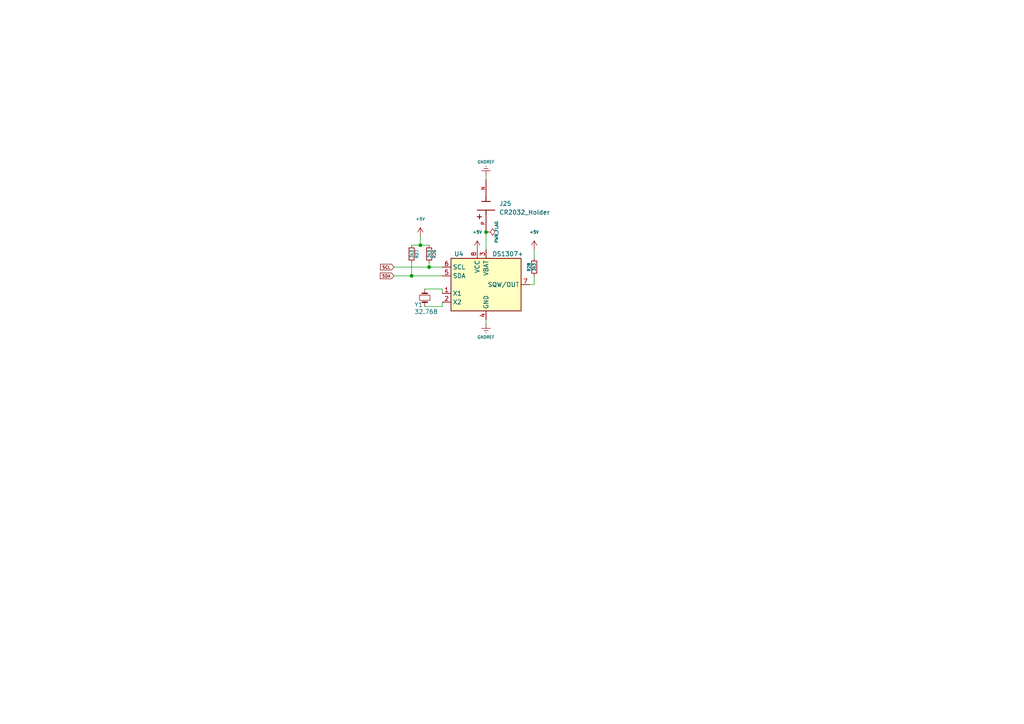
<source format=kicad_sch>
(kicad_sch
	(version 20250114)
	(generator "eeschema")
	(generator_version "9.0")
	(uuid "c18a652e-9042-4786-8f95-62e3b2f74309")
	(paper "A4")
	(lib_symbols
		(symbol "Library:+5V"
			(power)
			(pin_numbers
				(hide yes)
			)
			(pin_names
				(offset 0)
				(hide yes)
			)
			(exclude_from_sim no)
			(in_bom yes)
			(on_board yes)
			(property "Reference" "#PWR"
				(at 0 -3.81 0)
				(effects
					(font
						(size 1.27 1.27)
					)
					(hide yes)
				)
			)
			(property "Value" "+5V"
				(at 0 3.556 0)
				(effects
					(font
						(size 1.27 1.27)
					)
				)
			)
			(property "Footprint" ""
				(at 0 0 0)
				(effects
					(font
						(size 1.27 1.27)
					)
					(hide yes)
				)
			)
			(property "Datasheet" ""
				(at 0 0 0)
				(effects
					(font
						(size 1.27 1.27)
					)
					(hide yes)
				)
			)
			(property "Description" "Power symbol creates a global label with name \"+5V\""
				(at 0 0 0)
				(effects
					(font
						(size 1.27 1.27)
					)
					(hide yes)
				)
			)
			(property "ki_keywords" "global power"
				(at 0 0 0)
				(effects
					(font
						(size 1.27 1.27)
					)
					(hide yes)
				)
			)
			(symbol "+5V_0_1"
				(polyline
					(pts
						(xy -0.762 1.27) (xy 0 2.54)
					)
					(stroke
						(width 0)
						(type default)
					)
					(fill
						(type none)
					)
				)
				(polyline
					(pts
						(xy 0 2.54) (xy 0.762 1.27)
					)
					(stroke
						(width 0)
						(type default)
					)
					(fill
						(type none)
					)
				)
				(polyline
					(pts
						(xy 0 0) (xy 0 2.54)
					)
					(stroke
						(width 0)
						(type default)
					)
					(fill
						(type none)
					)
				)
			)
			(symbol "+5V_1_1"
				(pin power_in line
					(at 0 0 90)
					(length 0)
					(name "~"
						(effects
							(font
								(size 1.27 1.27)
							)
						)
					)
					(number "1"
						(effects
							(font
								(size 1.27 1.27)
							)
						)
					)
				)
			)
			(embedded_fonts no)
		)
		(symbol "Library:CR2032_Holder"
			(pin_names
				(offset 1.016)
			)
			(exclude_from_sim no)
			(in_bom yes)
			(on_board yes)
			(property "Reference" "J"
				(at -3.81 3.81 0)
				(effects
					(font
						(size 1.27 1.27)
					)
					(justify left bottom)
				)
			)
			(property "Value" "CR2032_Holder"
				(at -6.604 -4.318 0)
				(effects
					(font
						(size 1.27 1.27)
					)
					(justify left bottom)
				)
			)
			(property "Footprint" "S8421-45R:HARWIN_S8421-45R"
				(at 0.508 6.604 0)
				(effects
					(font
						(size 1.27 1.27)
					)
					(justify bottom)
					(hide yes)
				)
			)
			(property "Datasheet" ""
				(at 0 0 0)
				(effects
					(font
						(size 1.27 1.27)
					)
					(hide yes)
				)
			)
			(property "Description" ""
				(at 0 0 0)
				(effects
					(font
						(size 1.27 1.27)
					)
					(hide yes)
				)
			)
			(property "MP" "S8421-45R"
				(at -0.254 9.398 0)
				(effects
					(font
						(size 1.27 1.27)
					)
					(justify bottom)
					(hide yes)
				)
			)
			(symbol "CR2032_Holder_0_0"
				(polyline
					(pts
						(xy -3.81 1.905) (xy -2.54 1.905)
					)
					(stroke
						(width 0.254)
						(type default)
					)
					(fill
						(type none)
					)
				)
				(polyline
					(pts
						(xy -3.175 2.54) (xy -3.175 1.27)
					)
					(stroke
						(width 0.254)
						(type default)
					)
					(fill
						(type none)
					)
				)
				(polyline
					(pts
						(xy -1.27 2.54) (xy -1.27 0)
					)
					(stroke
						(width 0.254)
						(type default)
					)
					(fill
						(type none)
					)
				)
				(polyline
					(pts
						(xy -1.27 0) (xy -2.54 0)
					)
					(stroke
						(width 0.254)
						(type default)
					)
					(fill
						(type none)
					)
				)
				(polyline
					(pts
						(xy -1.27 0) (xy -1.27 -2.54)
					)
					(stroke
						(width 0.254)
						(type default)
					)
					(fill
						(type none)
					)
				)
				(polyline
					(pts
						(xy 1.27 1.27) (xy 1.27 0)
					)
					(stroke
						(width 0.254)
						(type default)
					)
					(fill
						(type none)
					)
				)
				(polyline
					(pts
						(xy 1.27 0) (xy 1.27 -1.27)
					)
					(stroke
						(width 0.254)
						(type default)
					)
					(fill
						(type none)
					)
				)
				(polyline
					(pts
						(xy 1.27 0) (xy 2.54 0)
					)
					(stroke
						(width 0.254)
						(type default)
					)
					(fill
						(type none)
					)
				)
				(pin passive line
					(at -7.62 0 0)
					(length 5.08)
					(name "~"
						(effects
							(font
								(size 1.016 1.016)
							)
						)
					)
					(number "P"
						(effects
							(font
								(size 1.016 1.016)
							)
						)
					)
				)
				(pin passive line
					(at 7.62 0 180)
					(length 5.08)
					(name "~"
						(effects
							(font
								(size 1.016 1.016)
							)
						)
					)
					(number "N"
						(effects
							(font
								(size 1.016 1.016)
							)
						)
					)
				)
			)
			(embedded_fonts no)
		)
		(symbol "Library:Crystal_Small"
			(pin_numbers
				(hide yes)
			)
			(pin_names
				(offset 1.016)
				(hide yes)
			)
			(exclude_from_sim no)
			(in_bom yes)
			(on_board yes)
			(property "Reference" "Y"
				(at 0 2.54 0)
				(effects
					(font
						(size 1.27 1.27)
					)
				)
			)
			(property "Value" "Crystal_Small"
				(at 0 -2.54 0)
				(effects
					(font
						(size 1.27 1.27)
					)
				)
			)
			(property "Footprint" ""
				(at 0 0 0)
				(effects
					(font
						(size 1.27 1.27)
					)
					(hide yes)
				)
			)
			(property "Datasheet" "~"
				(at 0 0 0)
				(effects
					(font
						(size 1.27 1.27)
					)
					(hide yes)
				)
			)
			(property "Description" "Two pin crystal, small symbol"
				(at 0 0 0)
				(effects
					(font
						(size 1.27 1.27)
					)
					(hide yes)
				)
			)
			(property "ki_keywords" "quartz ceramic resonator oscillator"
				(at 0 0 0)
				(effects
					(font
						(size 1.27 1.27)
					)
					(hide yes)
				)
			)
			(property "ki_fp_filters" "Crystal*"
				(at 0 0 0)
				(effects
					(font
						(size 1.27 1.27)
					)
					(hide yes)
				)
			)
			(symbol "Crystal_Small_0_1"
				(polyline
					(pts
						(xy -1.27 -0.762) (xy -1.27 0.762)
					)
					(stroke
						(width 0.381)
						(type default)
					)
					(fill
						(type none)
					)
				)
				(rectangle
					(start -0.762 -1.524)
					(end 0.762 1.524)
					(stroke
						(width 0)
						(type default)
					)
					(fill
						(type none)
					)
				)
				(polyline
					(pts
						(xy 1.27 -0.762) (xy 1.27 0.762)
					)
					(stroke
						(width 0.381)
						(type default)
					)
					(fill
						(type none)
					)
				)
			)
			(symbol "Crystal_Small_1_1"
				(pin passive line
					(at -2.54 0 0)
					(length 1.27)
					(name "1"
						(effects
							(font
								(size 1.27 1.27)
							)
						)
					)
					(number "1"
						(effects
							(font
								(size 1.27 1.27)
							)
						)
					)
				)
				(pin passive line
					(at 2.54 0 180)
					(length 1.27)
					(name "2"
						(effects
							(font
								(size 1.27 1.27)
							)
						)
					)
					(number "2"
						(effects
							(font
								(size 1.27 1.27)
							)
						)
					)
				)
			)
			(embedded_fonts no)
		)
		(symbol "Library:DS1307+"
			(exclude_from_sim no)
			(in_bom yes)
			(on_board yes)
			(property "Reference" "U"
				(at -8.89 8.89 0)
				(effects
					(font
						(size 1.27 1.27)
					)
				)
			)
			(property "Value" "DS1307+"
				(at 1.27 8.89 0)
				(effects
					(font
						(size 1.27 1.27)
					)
					(justify left)
				)
			)
			(property "Footprint" "Package_DIP:DIP-8_W7.62mm"
				(at 0 -12.7 0)
				(effects
					(font
						(size 1.27 1.27)
					)
					(hide yes)
				)
			)
			(property "Datasheet" "https://datasheets.maximintegrated.com/en/ds/DS1307.pdf"
				(at 0 -5.08 0)
				(effects
					(font
						(size 1.27 1.27)
					)
					(hide yes)
				)
			)
			(property "Description" "64 x 8, Serial, I2C Real-time clock, 4.5V to 5.5V VCC, 0°C to +70°C, DIP-8"
				(at 0 0 0)
				(effects
					(font
						(size 1.27 1.27)
					)
					(hide yes)
				)
			)
			(property "ki_keywords" "RTC, Trickle-Charge Timekeeping Chip"
				(at 0 0 0)
				(effects
					(font
						(size 1.27 1.27)
					)
					(hide yes)
				)
			)
			(property "ki_fp_filters" "DIP*W7.62mm*"
				(at 0 0 0)
				(effects
					(font
						(size 1.27 1.27)
					)
					(hide yes)
				)
			)
			(symbol "DS1307+_0_1"
				(rectangle
					(start -10.16 7.62)
					(end 10.16 -7.62)
					(stroke
						(width 0.254)
						(type default)
					)
					(fill
						(type background)
					)
				)
			)
			(symbol "DS1307+_1_1"
				(pin input line
					(at -12.7 5.08 0)
					(length 2.54)
					(name "SCL"
						(effects
							(font
								(size 1.27 1.27)
							)
						)
					)
					(number "6"
						(effects
							(font
								(size 1.27 1.27)
							)
						)
					)
				)
				(pin bidirectional line
					(at -12.7 2.54 0)
					(length 2.54)
					(name "SDA"
						(effects
							(font
								(size 1.27 1.27)
							)
						)
					)
					(number "5"
						(effects
							(font
								(size 1.27 1.27)
							)
						)
					)
				)
				(pin input line
					(at -12.7 -2.54 0)
					(length 2.54)
					(name "X1"
						(effects
							(font
								(size 1.27 1.27)
							)
						)
					)
					(number "1"
						(effects
							(font
								(size 1.27 1.27)
							)
						)
					)
				)
				(pin input line
					(at -12.7 -5.08 0)
					(length 2.54)
					(name "X2"
						(effects
							(font
								(size 1.27 1.27)
							)
						)
					)
					(number "2"
						(effects
							(font
								(size 1.27 1.27)
							)
						)
					)
				)
				(pin power_in line
					(at -2.54 10.16 270)
					(length 2.54)
					(name "VCC"
						(effects
							(font
								(size 1.27 1.27)
							)
						)
					)
					(number "8"
						(effects
							(font
								(size 1.27 1.27)
							)
						)
					)
				)
				(pin power_in line
					(at 0 10.16 270)
					(length 2.54)
					(name "VBAT"
						(effects
							(font
								(size 1.27 1.27)
							)
						)
					)
					(number "3"
						(effects
							(font
								(size 1.27 1.27)
							)
						)
					)
				)
				(pin power_in line
					(at 0 -10.16 90)
					(length 2.54)
					(name "GND"
						(effects
							(font
								(size 1.27 1.27)
							)
						)
					)
					(number "4"
						(effects
							(font
								(size 1.27 1.27)
							)
						)
					)
				)
				(pin open_collector line
					(at 12.7 0 180)
					(length 2.54)
					(name "SQW/OUT"
						(effects
							(font
								(size 1.27 1.27)
							)
						)
					)
					(number "7"
						(effects
							(font
								(size 1.27 1.27)
							)
						)
					)
				)
			)
			(embedded_fonts no)
		)
		(symbol "Library:GNDREF"
			(power)
			(pin_numbers
				(hide yes)
			)
			(pin_names
				(offset 0)
				(hide yes)
			)
			(exclude_from_sim no)
			(in_bom yes)
			(on_board yes)
			(property "Reference" "#PWR"
				(at 0 -6.35 0)
				(effects
					(font
						(size 1.27 1.27)
					)
					(hide yes)
				)
			)
			(property "Value" "GNDREF"
				(at 0 -3.81 0)
				(effects
					(font
						(size 1.27 1.27)
					)
				)
			)
			(property "Footprint" ""
				(at 0 0 0)
				(effects
					(font
						(size 1.27 1.27)
					)
					(hide yes)
				)
			)
			(property "Datasheet" ""
				(at 0 0 0)
				(effects
					(font
						(size 1.27 1.27)
					)
					(hide yes)
				)
			)
			(property "Description" "Power symbol creates a global label with name \"GNDREF\" , reference supply ground"
				(at 0 0 0)
				(effects
					(font
						(size 1.27 1.27)
					)
					(hide yes)
				)
			)
			(property "ki_keywords" "global power"
				(at 0 0 0)
				(effects
					(font
						(size 1.27 1.27)
					)
					(hide yes)
				)
			)
			(symbol "GNDREF_0_1"
				(polyline
					(pts
						(xy -0.635 -1.905) (xy 0.635 -1.905)
					)
					(stroke
						(width 0)
						(type default)
					)
					(fill
						(type none)
					)
				)
				(polyline
					(pts
						(xy -0.127 -2.54) (xy 0.127 -2.54)
					)
					(stroke
						(width 0)
						(type default)
					)
					(fill
						(type none)
					)
				)
				(polyline
					(pts
						(xy 0 -1.27) (xy 0 0)
					)
					(stroke
						(width 0)
						(type default)
					)
					(fill
						(type none)
					)
				)
				(polyline
					(pts
						(xy 1.27 -1.27) (xy -1.27 -1.27)
					)
					(stroke
						(width 0)
						(type default)
					)
					(fill
						(type none)
					)
				)
			)
			(symbol "GNDREF_1_1"
				(pin power_in line
					(at 0 0 270)
					(length 0)
					(name "~"
						(effects
							(font
								(size 1.27 1.27)
							)
						)
					)
					(number "1"
						(effects
							(font
								(size 1.27 1.27)
							)
						)
					)
				)
			)
			(embedded_fonts no)
		)
		(symbol "Library:PWR_FLAG"
			(power)
			(pin_numbers
				(hide yes)
			)
			(pin_names
				(offset 0)
				(hide yes)
			)
			(exclude_from_sim no)
			(in_bom yes)
			(on_board yes)
			(property "Reference" "#FLG"
				(at 0 1.905 0)
				(effects
					(font
						(size 1.27 1.27)
					)
					(hide yes)
				)
			)
			(property "Value" "PWR_FLAG"
				(at 0 3.81 0)
				(effects
					(font
						(size 1.27 1.27)
					)
				)
			)
			(property "Footprint" ""
				(at 0 0 0)
				(effects
					(font
						(size 1.27 1.27)
					)
					(hide yes)
				)
			)
			(property "Datasheet" "~"
				(at 0 0 0)
				(effects
					(font
						(size 1.27 1.27)
					)
					(hide yes)
				)
			)
			(property "Description" "Special symbol for telling ERC where power comes from"
				(at 0 0 0)
				(effects
					(font
						(size 1.27 1.27)
					)
					(hide yes)
				)
			)
			(property "ki_keywords" "flag power"
				(at 0 0 0)
				(effects
					(font
						(size 1.27 1.27)
					)
					(hide yes)
				)
			)
			(symbol "PWR_FLAG_0_0"
				(pin power_out line
					(at 0 0 90)
					(length 0)
					(name "~"
						(effects
							(font
								(size 1.27 1.27)
							)
						)
					)
					(number "1"
						(effects
							(font
								(size 1.27 1.27)
							)
						)
					)
				)
			)
			(symbol "PWR_FLAG_0_1"
				(polyline
					(pts
						(xy 0 0) (xy 0 1.27) (xy -1.016 1.905) (xy 0 2.54) (xy 1.016 1.905) (xy 0 1.27)
					)
					(stroke
						(width 0)
						(type default)
					)
					(fill
						(type none)
					)
				)
			)
			(embedded_fonts no)
		)
		(symbol "Library:R_Small"
			(pin_numbers
				(hide yes)
			)
			(pin_names
				(offset 0.254)
				(hide yes)
			)
			(exclude_from_sim no)
			(in_bom yes)
			(on_board yes)
			(property "Reference" "R"
				(at 0 0 90)
				(effects
					(font
						(size 1.016 1.016)
					)
				)
			)
			(property "Value" "R_Small"
				(at 1.778 0 90)
				(effects
					(font
						(size 1.27 1.27)
					)
				)
			)
			(property "Footprint" ""
				(at 0 0 0)
				(effects
					(font
						(size 1.27 1.27)
					)
					(hide yes)
				)
			)
			(property "Datasheet" "~"
				(at 0 0 0)
				(effects
					(font
						(size 1.27 1.27)
					)
					(hide yes)
				)
			)
			(property "Description" "Resistor, small symbol"
				(at 0 0 0)
				(effects
					(font
						(size 1.27 1.27)
					)
					(hide yes)
				)
			)
			(property "ki_keywords" "R resistor"
				(at 0 0 0)
				(effects
					(font
						(size 1.27 1.27)
					)
					(hide yes)
				)
			)
			(property "ki_fp_filters" "R_*"
				(at 0 0 0)
				(effects
					(font
						(size 1.27 1.27)
					)
					(hide yes)
				)
			)
			(symbol "R_Small_0_1"
				(rectangle
					(start -0.762 1.778)
					(end 0.762 -1.778)
					(stroke
						(width 0.2032)
						(type default)
					)
					(fill
						(type none)
					)
				)
			)
			(symbol "R_Small_1_1"
				(pin passive line
					(at 0 2.54 270)
					(length 0.762)
					(name "~"
						(effects
							(font
								(size 1.27 1.27)
							)
						)
					)
					(number "1"
						(effects
							(font
								(size 1.27 1.27)
							)
						)
					)
				)
				(pin passive line
					(at 0 -2.54 90)
					(length 0.762)
					(name "~"
						(effects
							(font
								(size 1.27 1.27)
							)
						)
					)
					(number "2"
						(effects
							(font
								(size 1.27 1.27)
							)
						)
					)
				)
			)
			(embedded_fonts no)
		)
	)
	(junction
		(at 124.46 77.47)
		(diameter 0)
		(color 0 0 0 0)
		(uuid "41865d92-e838-4858-a6d1-4cdad332c0be")
	)
	(junction
		(at 140.97 67.31)
		(diameter 0)
		(color 0 0 0 0)
		(uuid "637d9a4d-acd1-43f9-af37-d3f38ae840d6")
	)
	(junction
		(at 119.38 80.01)
		(diameter 0)
		(color 0 0 0 0)
		(uuid "65ab5005-7ba7-43ae-a1fe-c31b2e560e66")
	)
	(junction
		(at 121.92 71.12)
		(diameter 0)
		(color 0 0 0 0)
		(uuid "dd1f62a4-4e5b-4601-89e9-5c64ea775400")
	)
	(wire
		(pts
			(xy 114.3 77.47) (xy 124.46 77.47)
		)
		(stroke
			(width 0)
			(type default)
		)
		(uuid "127f2190-e755-4a2a-b2af-d03b936700c2")
	)
	(wire
		(pts
			(xy 123.19 83.82) (xy 128.27 83.82)
		)
		(stroke
			(width 0)
			(type default)
		)
		(uuid "12c23108-6dec-41db-8549-ae09e1dd23aa")
	)
	(wire
		(pts
			(xy 128.27 88.9) (xy 128.27 87.63)
		)
		(stroke
			(width 0)
			(type default)
		)
		(uuid "1db5735c-73ac-4a76-a3d7-c99181df1b62")
	)
	(wire
		(pts
			(xy 128.27 80.01) (xy 119.38 80.01)
		)
		(stroke
			(width 0)
			(type default)
		)
		(uuid "3cdb23d9-1f70-4403-b8b8-49ffe359a187")
	)
	(wire
		(pts
			(xy 114.3 80.01) (xy 119.38 80.01)
		)
		(stroke
			(width 0)
			(type default)
		)
		(uuid "434ad4b5-f092-487f-a42e-c9c5f9078564")
	)
	(wire
		(pts
			(xy 154.94 82.55) (xy 153.67 82.55)
		)
		(stroke
			(width 0)
			(type default)
		)
		(uuid "62ae2e1e-578b-42b0-899f-b28de1bf7a30")
	)
	(wire
		(pts
			(xy 140.97 93.98) (xy 140.97 92.71)
		)
		(stroke
			(width 0)
			(type default)
		)
		(uuid "6592cf3c-b62f-4845-ac35-a20807e57856")
	)
	(wire
		(pts
			(xy 119.38 71.12) (xy 121.92 71.12)
		)
		(stroke
			(width 0)
			(type default)
		)
		(uuid "747e5616-951b-4f63-a84a-de80602b80b0")
	)
	(wire
		(pts
			(xy 154.94 72.39) (xy 154.94 74.93)
		)
		(stroke
			(width 0)
			(type default)
		)
		(uuid "7b31f220-0e2d-4a9d-93a0-9a0f1a131f0f")
	)
	(wire
		(pts
			(xy 140.97 67.31) (xy 140.97 72.39)
		)
		(stroke
			(width 0)
			(type default)
		)
		(uuid "855443bd-b829-42fe-9c2a-12ccedd6f8da")
	)
	(wire
		(pts
			(xy 124.46 76.2) (xy 124.46 77.47)
		)
		(stroke
			(width 0)
			(type default)
		)
		(uuid "962ce740-4984-4ea7-9a7b-c51f06e6527c")
	)
	(wire
		(pts
			(xy 124.46 77.47) (xy 128.27 77.47)
		)
		(stroke
			(width 0)
			(type default)
		)
		(uuid "9b81bc70-12f8-4546-a93d-df47866be3cd")
	)
	(wire
		(pts
			(xy 119.38 80.01) (xy 119.38 76.2)
		)
		(stroke
			(width 0)
			(type default)
		)
		(uuid "9e1b4416-129e-4628-bc8d-8933ff181587")
	)
	(wire
		(pts
			(xy 140.97 50.8) (xy 140.97 52.07)
		)
		(stroke
			(width 0)
			(type default)
		)
		(uuid "bc8c3807-9654-4885-ae21-6f14c1af30a1")
	)
	(wire
		(pts
			(xy 128.27 83.82) (xy 128.27 85.09)
		)
		(stroke
			(width 0)
			(type default)
		)
		(uuid "c3b340ae-413c-4207-90d8-9b5d37f459f0")
	)
	(wire
		(pts
			(xy 154.94 80.01) (xy 154.94 82.55)
		)
		(stroke
			(width 0)
			(type default)
		)
		(uuid "c4b0f4a5-f5ec-4120-af94-9d07baed652f")
	)
	(wire
		(pts
			(xy 123.19 88.9) (xy 128.27 88.9)
		)
		(stroke
			(width 0)
			(type default)
		)
		(uuid "decb6929-0044-452e-b292-d42482164775")
	)
	(wire
		(pts
			(xy 121.92 71.12) (xy 124.46 71.12)
		)
		(stroke
			(width 0)
			(type default)
		)
		(uuid "f5cbeebb-93d3-4092-be88-17a34b92b210")
	)
	(wire
		(pts
			(xy 121.92 68.58) (xy 121.92 71.12)
		)
		(stroke
			(width 0)
			(type default)
		)
		(uuid "ffbe05de-9276-4f45-a153-8b169e888a2d")
	)
	(global_label "SCL"
		(shape input)
		(at 114.3 77.47 180)
		(fields_autoplaced yes)
		(effects
			(font
				(size 0.85 0.85)
			)
			(justify right)
		)
		(uuid "23b41b42-a191-4e35-9302-114f3eefb25f")
		(property "Intersheetrefs" "${INTERSHEET_REFS}"
			(at 109.9542 77.47 0)
			(effects
				(font
					(size 1.27 1.27)
				)
				(justify right)
				(hide yes)
			)
		)
	)
	(global_label "SDA"
		(shape input)
		(at 114.3 80.01 180)
		(fields_autoplaced yes)
		(effects
			(font
				(size 0.85 0.85)
			)
			(justify right)
		)
		(uuid "f42f795b-3742-4d07-82f1-6e24d4a3d49d")
		(property "Intersheetrefs" "${INTERSHEET_REFS}"
			(at 109.9137 80.01 0)
			(effects
				(font
					(size 1.27 1.27)
				)
				(justify right)
				(hide yes)
			)
		)
	)
	(symbol
		(lib_id "Library:+5V")
		(at 138.43 72.39 0)
		(unit 1)
		(exclude_from_sim no)
		(in_bom yes)
		(on_board yes)
		(dnp no)
		(fields_autoplaced yes)
		(uuid "07b10068-4f38-4f23-9d3d-2b36c068c12e")
		(property "Reference" "#PWR062"
			(at 138.43 76.2 0)
			(effects
				(font
					(size 0.85 0.85)
				)
				(hide yes)
			)
		)
		(property "Value" "+5V"
			(at 138.43 67.31 0)
			(effects
				(font
					(size 0.85 0.85)
				)
			)
		)
		(property "Footprint" ""
			(at 138.43 72.39 0)
			(effects
				(font
					(size 0.85 0.85)
				)
				(hide yes)
			)
		)
		(property "Datasheet" ""
			(at 138.43 72.39 0)
			(effects
				(font
					(size 0.85 0.85)
				)
				(hide yes)
			)
		)
		(property "Description" "Power symbol creates a global label with name \"+5V\""
			(at 138.43 72.39 0)
			(effects
				(font
					(size 0.85 0.85)
				)
				(hide yes)
			)
		)
		(pin "1"
			(uuid "9ef61ca0-af65-4c39-9be4-476b786e6631")
		)
		(instances
			(project "MoistureDatalogger"
				(path "/2465b45a-61bf-4bb8-9f23-f35ab1c53bad/0affde4b-c345-4b7d-a922-dfdc2b2a03b9"
					(reference "#PWR062")
					(unit 1)
				)
			)
		)
	)
	(symbol
		(lib_id "Library:CR2032_Holder")
		(at 140.97 59.69 90)
		(unit 1)
		(exclude_from_sim no)
		(in_bom yes)
		(on_board yes)
		(dnp no)
		(fields_autoplaced yes)
		(uuid "13fc7b67-c284-4890-8426-6dfb7b48dc94")
		(property "Reference" "J25"
			(at 144.78 59.0549 90)
			(effects
				(font
					(size 1.27 1.27)
				)
				(justify right)
			)
		)
		(property "Value" "CR2032_Holder"
			(at 144.78 61.5949 90)
			(effects
				(font
					(size 1.27 1.27)
				)
				(justify right)
			)
		)
		(property "Footprint" "Library:HARWIN_S8421-45R"
			(at 134.366 59.182 0)
			(effects
				(font
					(size 1.27 1.27)
				)
				(justify bottom)
				(hide yes)
			)
		)
		(property "Datasheet" ""
			(at 140.97 59.69 0)
			(effects
				(font
					(size 1.27 1.27)
				)
				(hide yes)
			)
		)
		(property "Description" ""
			(at 140.97 59.69 0)
			(effects
				(font
					(size 1.27 1.27)
				)
				(hide yes)
			)
		)
		(property "MP" "S8421-45R"
			(at 131.572 59.944 0)
			(effects
				(font
					(size 1.27 1.27)
				)
				(justify bottom)
				(hide yes)
			)
		)
		(pin "N"
			(uuid "5582c11b-1a8e-4cdb-bee6-d1f348a40951")
		)
		(pin "P"
			(uuid "b4d0528a-7bf8-48eb-8892-16b255a4d14d")
		)
		(instances
			(project ""
				(path "/2465b45a-61bf-4bb8-9f23-f35ab1c53bad/0affde4b-c345-4b7d-a922-dfdc2b2a03b9"
					(reference "J25")
					(unit 1)
				)
			)
		)
	)
	(symbol
		(lib_id "Library:Crystal_Small")
		(at 123.19 86.36 90)
		(unit 1)
		(exclude_from_sim no)
		(in_bom yes)
		(on_board yes)
		(dnp no)
		(uuid "2b47c4a2-7432-43d2-98ff-8c41ce8a54ae")
		(property "Reference" "Y1"
			(at 120.142 88.392 90)
			(effects
				(font
					(size 1.27 1.27)
				)
				(justify right)
			)
		)
		(property "Value" "32.768"
			(at 120.142 90.424 90)
			(effects
				(font
					(size 1.27 1.27)
				)
				(justify right)
			)
		)
		(property "Footprint" "Library:Crystal_DS26_D2.0mm_L6.0mm_Vertical"
			(at 123.19 86.36 0)
			(effects
				(font
					(size 1.27 1.27)
				)
				(hide yes)
			)
		)
		(property "Datasheet" "~"
			(at 123.19 86.36 0)
			(effects
				(font
					(size 1.27 1.27)
				)
				(hide yes)
			)
		)
		(property "Description" "Two pin crystal, small symbol"
			(at 123.19 86.36 0)
			(effects
				(font
					(size 1.27 1.27)
				)
				(hide yes)
			)
		)
		(pin "1"
			(uuid "1af835b5-a725-485e-9e72-a2c93678853d")
		)
		(pin "2"
			(uuid "d499f978-946b-465a-8c8d-02d35b50ce9e")
		)
		(instances
			(project ""
				(path "/2465b45a-61bf-4bb8-9f23-f35ab1c53bad/0affde4b-c345-4b7d-a922-dfdc2b2a03b9"
					(reference "Y1")
					(unit 1)
				)
			)
		)
	)
	(symbol
		(lib_id "Library:DS1307+")
		(at 140.97 82.55 0)
		(unit 1)
		(exclude_from_sim no)
		(in_bom yes)
		(on_board yes)
		(dnp no)
		(uuid "2f99c356-9ab1-4342-a152-1dcc8e43cae4")
		(property "Reference" "U4"
			(at 133.096 73.66 0)
			(effects
				(font
					(size 1.27 1.27)
				)
			)
		)
		(property "Value" "DS1307+"
			(at 147.32 73.66 0)
			(effects
				(font
					(size 1.27 1.27)
				)
			)
		)
		(property "Footprint" "Library:SOIC-8_3.9x4.9mm_P1.27mm"
			(at 140.97 95.25 0)
			(effects
				(font
					(size 1.27 1.27)
				)
				(hide yes)
			)
		)
		(property "Datasheet" "https://datasheets.maximintegrated.com/en/ds/DS1307.pdf"
			(at 140.97 87.63 0)
			(effects
				(font
					(size 1.27 1.27)
				)
				(hide yes)
			)
		)
		(property "Description" "64 x 8, Serial, I2C Real-time clock, 4.5V to 5.5V VCC, 0°C to +70°C, DIP-8"
			(at 140.97 82.55 0)
			(effects
				(font
					(size 1.27 1.27)
				)
				(hide yes)
			)
		)
		(pin "6"
			(uuid "1b9be46e-1d1c-4b28-b397-4e6a8f93b587")
		)
		(pin "2"
			(uuid "cbe05eb4-2e09-4461-8a1a-aaefc844e18d")
		)
		(pin "1"
			(uuid "9269dfdd-5e91-4524-8095-10124580b607")
		)
		(pin "8"
			(uuid "e8547ec0-6d2f-4f1f-bfa8-f80c15b88df3")
		)
		(pin "7"
			(uuid "b854b826-edfa-4d03-a468-d6bef061992d")
		)
		(pin "5"
			(uuid "aaa45598-b24d-43fd-ab25-b85fe1c39bad")
		)
		(pin "4"
			(uuid "d0f7e840-6eda-45d5-817c-15e2f529f67f")
		)
		(pin "3"
			(uuid "0628f1fe-2f2b-4c26-a215-7074db277488")
		)
		(instances
			(project ""
				(path "/2465b45a-61bf-4bb8-9f23-f35ab1c53bad/0affde4b-c345-4b7d-a922-dfdc2b2a03b9"
					(reference "U4")
					(unit 1)
				)
			)
		)
	)
	(symbol
		(lib_id "Library:GNDREF")
		(at 140.97 50.8 180)
		(unit 1)
		(exclude_from_sim no)
		(in_bom yes)
		(on_board yes)
		(dnp no)
		(uuid "39b563ad-32d5-4d86-8a60-5f6d136e28cf")
		(property "Reference" "#PWR066"
			(at 140.97 44.45 0)
			(effects
				(font
					(size 0.85 0.85)
				)
				(hide yes)
			)
		)
		(property "Value" "GNDREF"
			(at 140.97 46.99 0)
			(effects
				(font
					(size 0.85 0.85)
				)
			)
		)
		(property "Footprint" ""
			(at 140.97 50.8 0)
			(effects
				(font
					(size 0.85 0.85)
				)
				(hide yes)
			)
		)
		(property "Datasheet" ""
			(at 140.97 50.8 0)
			(effects
				(font
					(size 0.85 0.85)
				)
				(hide yes)
			)
		)
		(property "Description" "Power symbol creates a global label with name \"GNDREF\" , reference supply ground"
			(at 140.97 50.8 0)
			(effects
				(font
					(size 0.85 0.85)
				)
				(hide yes)
			)
		)
		(pin "1"
			(uuid "5ea68597-ff51-4a20-b122-6ae486654236")
		)
		(instances
			(project "MoistureDatalogger"
				(path "/2465b45a-61bf-4bb8-9f23-f35ab1c53bad/0affde4b-c345-4b7d-a922-dfdc2b2a03b9"
					(reference "#PWR066")
					(unit 1)
				)
			)
		)
	)
	(symbol
		(lib_id "Library:PWR_FLAG")
		(at 140.97 67.31 270)
		(unit 1)
		(exclude_from_sim no)
		(in_bom yes)
		(on_board yes)
		(dnp no)
		(uuid "3e554433-15a8-4af5-83c4-2177652f984c")
		(property "Reference" "#FLG05"
			(at 142.875 67.31 0)
			(effects
				(font
					(size 1.27 1.27)
				)
				(hide yes)
			)
		)
		(property "Value" "PWR_FLAG"
			(at 144.018 67.31 0)
			(effects
				(font
					(size 0.85 0.85)
				)
			)
		)
		(property "Footprint" ""
			(at 140.97 67.31 0)
			(effects
				(font
					(size 1.27 1.27)
				)
				(hide yes)
			)
		)
		(property "Datasheet" "~"
			(at 140.97 67.31 0)
			(effects
				(font
					(size 1.27 1.27)
				)
				(hide yes)
			)
		)
		(property "Description" "Special symbol for telling ERC where power comes from"
			(at 140.97 67.31 0)
			(effects
				(font
					(size 1.27 1.27)
				)
				(hide yes)
			)
		)
		(pin "1"
			(uuid "4bc57c10-818c-4757-af47-5f84c4f4dd92")
		)
		(instances
			(project "MoistureDatalogger"
				(path "/2465b45a-61bf-4bb8-9f23-f35ab1c53bad/0affde4b-c345-4b7d-a922-dfdc2b2a03b9"
					(reference "#FLG05")
					(unit 1)
				)
			)
		)
	)
	(symbol
		(lib_id "Library:R_Small")
		(at 154.94 77.47 0)
		(unit 1)
		(exclude_from_sim no)
		(in_bom yes)
		(on_board yes)
		(dnp no)
		(uuid "6be31ecc-789d-40b0-8bc6-b2eda0a83463")
		(property "Reference" "R28"
			(at 153.416 77.47 90)
			(effects
				(font
					(size 0.85 0.85)
				)
			)
		)
		(property "Value" "3k3"
			(at 154.94 77.47 90)
			(effects
				(font
					(size 0.85 0.85)
				)
			)
		)
		(property "Footprint" "Library:R_0805_2012Metric"
			(at 154.94 77.47 0)
			(effects
				(font
					(size 0.85 0.85)
				)
				(hide yes)
			)
		)
		(property "Datasheet" "~"
			(at 154.94 77.47 0)
			(effects
				(font
					(size 0.85 0.85)
				)
				(hide yes)
			)
		)
		(property "Description" "Resistor, small symbol"
			(at 154.94 77.47 0)
			(effects
				(font
					(size 0.85 0.85)
				)
				(hide yes)
			)
		)
		(pin "1"
			(uuid "62b2e98d-757d-4b21-915f-3349fe721378")
		)
		(pin "2"
			(uuid "72426a0b-4059-42c4-a1ac-b71141301487")
		)
		(instances
			(project "MoistureDatalogger"
				(path "/2465b45a-61bf-4bb8-9f23-f35ab1c53bad/0affde4b-c345-4b7d-a922-dfdc2b2a03b9"
					(reference "R28")
					(unit 1)
				)
			)
		)
	)
	(symbol
		(lib_id "Library:+5V")
		(at 154.94 72.39 0)
		(unit 1)
		(exclude_from_sim no)
		(in_bom yes)
		(on_board yes)
		(dnp no)
		(fields_autoplaced yes)
		(uuid "6fcb6b91-9ba3-4750-8e2c-8a42dff3b145")
		(property "Reference" "#PWR064"
			(at 154.94 76.2 0)
			(effects
				(font
					(size 0.85 0.85)
				)
				(hide yes)
			)
		)
		(property "Value" "+5V"
			(at 154.94 67.31 0)
			(effects
				(font
					(size 0.85 0.85)
				)
			)
		)
		(property "Footprint" ""
			(at 154.94 72.39 0)
			(effects
				(font
					(size 0.85 0.85)
				)
				(hide yes)
			)
		)
		(property "Datasheet" ""
			(at 154.94 72.39 0)
			(effects
				(font
					(size 0.85 0.85)
				)
				(hide yes)
			)
		)
		(property "Description" "Power symbol creates a global label with name \"+5V\""
			(at 154.94 72.39 0)
			(effects
				(font
					(size 0.85 0.85)
				)
				(hide yes)
			)
		)
		(pin "1"
			(uuid "cdb900d1-b203-4bef-9f87-70d4bd4fc196")
		)
		(instances
			(project "MoistureDatalogger"
				(path "/2465b45a-61bf-4bb8-9f23-f35ab1c53bad/0affde4b-c345-4b7d-a922-dfdc2b2a03b9"
					(reference "#PWR064")
					(unit 1)
				)
			)
		)
	)
	(symbol
		(lib_id "Library:+5V")
		(at 121.92 68.58 0)
		(unit 1)
		(exclude_from_sim no)
		(in_bom yes)
		(on_board yes)
		(dnp no)
		(fields_autoplaced yes)
		(uuid "79b0ce72-1026-4f30-a2fb-d0a5fe99b1e3")
		(property "Reference" "#PWR065"
			(at 121.92 72.39 0)
			(effects
				(font
					(size 0.85 0.85)
				)
				(hide yes)
			)
		)
		(property "Value" "+5V"
			(at 121.92 63.5 0)
			(effects
				(font
					(size 0.85 0.85)
				)
			)
		)
		(property "Footprint" ""
			(at 121.92 68.58 0)
			(effects
				(font
					(size 0.85 0.85)
				)
				(hide yes)
			)
		)
		(property "Datasheet" ""
			(at 121.92 68.58 0)
			(effects
				(font
					(size 0.85 0.85)
				)
				(hide yes)
			)
		)
		(property "Description" "Power symbol creates a global label with name \"+5V\""
			(at 121.92 68.58 0)
			(effects
				(font
					(size 0.85 0.85)
				)
				(hide yes)
			)
		)
		(pin "1"
			(uuid "18115a6d-4186-478c-8b4b-a1c00f4616eb")
		)
		(instances
			(project "MoistureDatalogger"
				(path "/2465b45a-61bf-4bb8-9f23-f35ab1c53bad/0affde4b-c345-4b7d-a922-dfdc2b2a03b9"
					(reference "#PWR065")
					(unit 1)
				)
			)
		)
	)
	(symbol
		(lib_id "Library:R_Small")
		(at 119.38 73.66 180)
		(unit 1)
		(exclude_from_sim no)
		(in_bom yes)
		(on_board yes)
		(dnp no)
		(uuid "87d94550-07ff-4297-a74c-5c7f6f9d5d49")
		(property "Reference" "R27"
			(at 120.904 73.66 90)
			(effects
				(font
					(size 0.85 0.85)
				)
			)
		)
		(property "Value" "3k3"
			(at 119.38 73.66 90)
			(effects
				(font
					(size 0.85 0.85)
				)
			)
		)
		(property "Footprint" "Library:R_0805_2012Metric"
			(at 119.38 73.66 0)
			(effects
				(font
					(size 0.85 0.85)
				)
				(hide yes)
			)
		)
		(property "Datasheet" "~"
			(at 119.38 73.66 0)
			(effects
				(font
					(size 0.85 0.85)
				)
				(hide yes)
			)
		)
		(property "Description" "Resistor, small symbol"
			(at 119.38 73.66 0)
			(effects
				(font
					(size 0.85 0.85)
				)
				(hide yes)
			)
		)
		(pin "1"
			(uuid "79bae323-08b5-41d9-b8ad-ff002b8a9c30")
		)
		(pin "2"
			(uuid "f59c4528-4deb-4a88-9177-c4dc3ed5eaea")
		)
		(instances
			(project "MoistureDatalogger"
				(path "/2465b45a-61bf-4bb8-9f23-f35ab1c53bad/0affde4b-c345-4b7d-a922-dfdc2b2a03b9"
					(reference "R27")
					(unit 1)
				)
			)
		)
	)
	(symbol
		(lib_id "Library:GNDREF")
		(at 140.97 93.98 0)
		(unit 1)
		(exclude_from_sim no)
		(in_bom yes)
		(on_board yes)
		(dnp no)
		(uuid "a43ae170-4338-48b9-9e91-b551a8822f20")
		(property "Reference" "#PWR063"
			(at 140.97 100.33 0)
			(effects
				(font
					(size 0.85 0.85)
				)
				(hide yes)
			)
		)
		(property "Value" "GNDREF"
			(at 140.97 97.79 0)
			(effects
				(font
					(size 0.85 0.85)
				)
			)
		)
		(property "Footprint" ""
			(at 140.97 93.98 0)
			(effects
				(font
					(size 0.85 0.85)
				)
				(hide yes)
			)
		)
		(property "Datasheet" ""
			(at 140.97 93.98 0)
			(effects
				(font
					(size 0.85 0.85)
				)
				(hide yes)
			)
		)
		(property "Description" "Power symbol creates a global label with name \"GNDREF\" , reference supply ground"
			(at 140.97 93.98 0)
			(effects
				(font
					(size 0.85 0.85)
				)
				(hide yes)
			)
		)
		(pin "1"
			(uuid "e427a4f7-8057-4c78-adc4-90e106594831")
		)
		(instances
			(project "MoistureDatalogger"
				(path "/2465b45a-61bf-4bb8-9f23-f35ab1c53bad/0affde4b-c345-4b7d-a922-dfdc2b2a03b9"
					(reference "#PWR063")
					(unit 1)
				)
			)
		)
	)
	(symbol
		(lib_id "Library:R_Small")
		(at 124.46 73.66 180)
		(unit 1)
		(exclude_from_sim no)
		(in_bom yes)
		(on_board yes)
		(dnp no)
		(uuid "c1aad5c7-63f7-44f2-84f8-f6325291e0b1")
		(property "Reference" "R26"
			(at 125.984 73.66 90)
			(effects
				(font
					(size 0.85 0.85)
				)
			)
		)
		(property "Value" "3k3"
			(at 124.46 73.66 90)
			(effects
				(font
					(size 0.85 0.85)
				)
			)
		)
		(property "Footprint" "Library:R_0805_2012Metric"
			(at 124.46 73.66 0)
			(effects
				(font
					(size 0.85 0.85)
				)
				(hide yes)
			)
		)
		(property "Datasheet" "~"
			(at 124.46 73.66 0)
			(effects
				(font
					(size 0.85 0.85)
				)
				(hide yes)
			)
		)
		(property "Description" "Resistor, small symbol"
			(at 124.46 73.66 0)
			(effects
				(font
					(size 0.85 0.85)
				)
				(hide yes)
			)
		)
		(pin "1"
			(uuid "748fc37b-fc1e-4417-b6ac-23f60164d819")
		)
		(pin "2"
			(uuid "bb31f53e-0f9a-469e-8f80-ce8554491c02")
		)
		(instances
			(project "MoistureDatalogger"
				(path "/2465b45a-61bf-4bb8-9f23-f35ab1c53bad/0affde4b-c345-4b7d-a922-dfdc2b2a03b9"
					(reference "R26")
					(unit 1)
				)
			)
		)
	)
)

</source>
